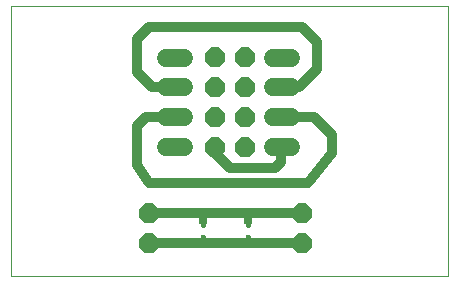
<source format=gtl>
G75*
%MOIN*%
%OFA0B0*%
%FSLAX25Y25*%
%IPPOS*%
%LPD*%
%AMOC8*
5,1,8,0,0,1.08239X$1,22.5*
%
%ADD10C,0.00000*%
%ADD11OC8,0.06600*%
%ADD12R,0.03150X0.01969*%
%ADD13R,0.01378X0.01378*%
%ADD14C,0.06000*%
%ADD15C,0.03200*%
%ADD16R,0.03962X0.03962*%
%ADD17C,0.01600*%
D10*
X0001000Y0001000D02*
X0001000Y0090961D01*
X0146701Y0090961D01*
X0146701Y0001000D01*
X0001000Y0001000D01*
D11*
X0047000Y0012000D03*
X0047000Y0022000D03*
X0069000Y0044000D03*
X0079000Y0044000D03*
X0079000Y0054000D03*
X0069000Y0054000D03*
X0069000Y0064000D03*
X0079000Y0064000D03*
X0079000Y0074000D03*
X0069000Y0074000D03*
X0098000Y0022000D03*
X0098000Y0012000D03*
D12*
X0080000Y0012555D03*
X0080000Y0019445D03*
X0065000Y0019445D03*
X0065000Y0012555D03*
D13*
X0065000Y0014031D03*
X0065000Y0017969D03*
X0080000Y0017969D03*
X0080000Y0014031D03*
D14*
X0088394Y0044236D02*
X0094394Y0044236D01*
X0094394Y0054079D02*
X0088394Y0054079D01*
X0088394Y0063921D02*
X0094394Y0063921D01*
X0094394Y0073764D02*
X0088394Y0073764D01*
X0058606Y0073764D02*
X0052606Y0073764D01*
X0052606Y0063921D02*
X0058606Y0063921D01*
X0058606Y0054079D02*
X0052606Y0054079D01*
X0052606Y0044236D02*
X0058606Y0044236D01*
D15*
X0069000Y0044000D02*
X0069000Y0042000D01*
X0074000Y0037000D01*
X0089000Y0037000D01*
X0091000Y0039000D01*
X0091000Y0043843D01*
X0091394Y0044236D01*
X0091472Y0054000D02*
X0102000Y0054000D01*
X0108000Y0048000D01*
X0108000Y0042000D01*
X0100000Y0032000D01*
X0047000Y0032000D01*
X0043000Y0038000D01*
X0043000Y0051000D01*
X0046000Y0054000D01*
X0055528Y0054000D01*
X0055606Y0054079D01*
X0055606Y0063921D02*
X0055528Y0064000D01*
X0048000Y0064000D01*
X0043000Y0069000D01*
X0043000Y0080000D01*
X0047000Y0084000D01*
X0098000Y0084000D01*
X0103000Y0079000D01*
X0103000Y0070000D01*
X0096921Y0063921D01*
X0091394Y0063921D01*
X0098000Y0022000D02*
X0080000Y0022000D01*
X0065000Y0022000D01*
X0047000Y0022000D01*
X0047000Y0012000D02*
X0065000Y0012000D01*
X0080000Y0012000D01*
X0098000Y0012000D01*
D16*
X0091472Y0054000D03*
D17*
X0080000Y0022000D02*
X0080000Y0017969D01*
X0080000Y0014031D02*
X0080000Y0012000D01*
X0065000Y0012000D02*
X0065000Y0014031D01*
X0065000Y0017969D02*
X0065000Y0022000D01*
M02*

</source>
